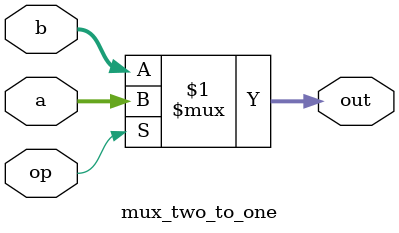
<source format=v>

module mux_two_to_one #(
    parameter BITS = 26
) (
    input op,   // 1 para saida a, 0 para saida b
    input [BITS:0] a,
    input [BITS:0] b,
    output [BITS:0] out
);

assign out = (op)? a: b;
    
endmodule
</source>
